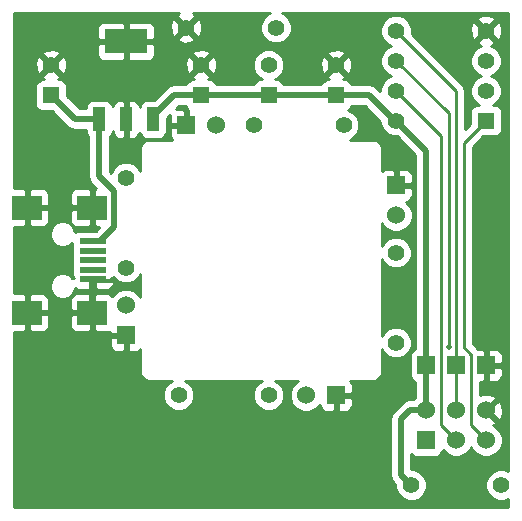
<source format=gtl>
G04 (created by PCBNEW (2013-07-07 BZR 4022)-stable) date 12/17/2014 5:13:16 PM*
%MOIN*%
G04 Gerber Fmt 3.4, Leading zero omitted, Abs format*
%FSLAX34Y34*%
G01*
G70*
G90*
G04 APERTURE LIST*
%ADD10C,0.00590551*%
%ADD11R,0.0906X0.0197*%
%ADD12R,0.0984X0.0787*%
%ADD13R,0.144X0.08*%
%ADD14R,0.04X0.08*%
%ADD15C,0.055*%
%ADD16R,0.06X0.06*%
%ADD17C,0.06*%
%ADD18R,0.055X0.055*%
%ADD19C,0.02*%
%ADD20C,0.0216535*%
%ADD21C,0.01*%
G04 APERTURE END LIST*
G54D10*
G54D11*
X73908Y-50870D03*
X73908Y-51185D03*
X73908Y-51500D03*
X73908Y-51815D03*
X73908Y-52130D03*
G54D12*
X73869Y-49748D03*
X71704Y-49748D03*
X73869Y-53252D03*
X71704Y-53252D03*
G54D13*
X75000Y-44200D03*
G54D14*
X75000Y-46800D03*
X75900Y-46800D03*
X74100Y-46800D03*
G54D15*
X79750Y-56000D03*
X76750Y-56000D03*
X84000Y-51250D03*
X84000Y-54250D03*
X79250Y-47000D03*
X82250Y-47000D03*
X75000Y-51750D03*
X75000Y-48750D03*
X84500Y-59000D03*
X87500Y-59000D03*
X77000Y-43750D03*
X80000Y-43750D03*
G54D16*
X85000Y-57500D03*
G54D17*
X85000Y-56500D03*
X86000Y-57500D03*
X86000Y-56500D03*
X87000Y-57500D03*
X87000Y-56500D03*
G54D16*
X84000Y-49000D03*
G54D17*
X84000Y-50000D03*
G54D16*
X77000Y-47000D03*
G54D17*
X78000Y-47000D03*
G54D16*
X75000Y-54000D03*
G54D17*
X75000Y-53000D03*
G54D16*
X82000Y-56000D03*
G54D17*
X81000Y-56000D03*
G54D16*
X86000Y-55000D03*
X87000Y-55000D03*
X85000Y-55000D03*
G54D18*
X79750Y-46000D03*
G54D15*
X79750Y-45000D03*
G54D18*
X77500Y-46000D03*
G54D15*
X77500Y-45000D03*
G54D18*
X72500Y-46000D03*
G54D15*
X72500Y-45000D03*
G54D18*
X82000Y-46000D03*
G54D15*
X82000Y-45000D03*
G54D18*
X87000Y-46850D03*
G54D15*
X87000Y-45850D03*
X87000Y-44850D03*
X87000Y-43850D03*
X84000Y-43850D03*
X84000Y-44850D03*
X84000Y-45850D03*
X84000Y-46850D03*
G54D19*
X85750Y-54400D03*
G54D20*
X73858Y-52130D02*
X73858Y-53213D01*
X73858Y-53213D02*
X73819Y-53252D01*
X73908Y-50870D02*
X74130Y-50870D01*
X74100Y-48700D02*
X74100Y-46800D01*
X74600Y-49200D02*
X74100Y-48700D01*
X74600Y-50400D02*
X74600Y-49200D01*
X74130Y-50870D02*
X74600Y-50400D01*
X74100Y-46800D02*
X73300Y-46800D01*
X73300Y-46800D02*
X72500Y-46000D01*
G54D21*
X87000Y-46850D02*
X86250Y-47600D01*
X86250Y-47600D02*
X86250Y-47750D01*
X87000Y-57500D02*
X86500Y-57000D01*
X86500Y-57000D02*
X86500Y-54650D01*
X86500Y-54650D02*
X86250Y-54400D01*
X86250Y-54400D02*
X86250Y-47750D01*
X84000Y-43850D02*
X86000Y-45850D01*
X86000Y-45850D02*
X86000Y-55000D01*
X86000Y-56500D02*
X86000Y-55000D01*
X84000Y-45850D02*
X85500Y-47350D01*
X85500Y-57000D02*
X86000Y-57500D01*
X85500Y-47350D02*
X85500Y-57000D01*
X84000Y-44850D02*
X85750Y-46600D01*
X85750Y-46600D02*
X85750Y-54400D01*
G54D20*
X85000Y-55000D02*
X85000Y-47850D01*
X85000Y-47850D02*
X84000Y-46850D01*
X84000Y-46850D02*
X83950Y-46850D01*
X82000Y-46000D02*
X83100Y-46000D01*
X83950Y-46850D02*
X83100Y-46000D01*
X79750Y-46000D02*
X82000Y-46000D01*
X85000Y-56500D02*
X84450Y-56500D01*
X84150Y-58650D02*
X84500Y-59000D01*
X84150Y-56800D02*
X84150Y-58650D01*
X84450Y-56500D02*
X84150Y-56800D01*
X85000Y-55000D02*
X85000Y-56500D01*
X77500Y-46000D02*
X79750Y-46000D01*
X75900Y-46800D02*
X75900Y-46700D01*
X76600Y-46000D02*
X77500Y-46000D01*
X75900Y-46700D02*
X76600Y-46000D01*
G54D10*
G36*
X87730Y-59730D02*
X82550Y-59730D01*
X82550Y-56250D01*
X82550Y-56112D01*
X82487Y-56050D01*
X82050Y-56050D01*
X82050Y-56487D01*
X82112Y-56550D01*
X82349Y-56550D01*
X82441Y-56512D01*
X82511Y-56441D01*
X82549Y-56349D01*
X82550Y-56250D01*
X82550Y-59730D01*
X74950Y-59730D01*
X74950Y-54487D01*
X74950Y-54050D01*
X74512Y-54050D01*
X74450Y-54112D01*
X74449Y-54349D01*
X74487Y-54441D01*
X74558Y-54511D01*
X74650Y-54549D01*
X74749Y-54550D01*
X74887Y-54550D01*
X74950Y-54487D01*
X74950Y-59730D01*
X73858Y-59730D01*
X73819Y-59730D01*
X73819Y-53833D01*
X73819Y-53302D01*
X73819Y-53202D01*
X73819Y-52671D01*
X73756Y-52608D01*
X73327Y-52608D01*
X73235Y-52646D01*
X73165Y-52716D01*
X73127Y-52808D01*
X73126Y-52908D01*
X73127Y-53139D01*
X73189Y-53202D01*
X73819Y-53202D01*
X73819Y-53302D01*
X73189Y-53302D01*
X73127Y-53364D01*
X73126Y-53595D01*
X73127Y-53695D01*
X73165Y-53787D01*
X73235Y-53857D01*
X73327Y-53895D01*
X73756Y-53895D01*
X73819Y-53833D01*
X73819Y-59730D01*
X72446Y-59730D01*
X72446Y-53595D01*
X72446Y-52908D01*
X72446Y-50091D01*
X72446Y-49404D01*
X72445Y-49304D01*
X72407Y-49212D01*
X72337Y-49142D01*
X72245Y-49104D01*
X71816Y-49104D01*
X71754Y-49167D01*
X71754Y-49698D01*
X72383Y-49698D01*
X72446Y-49635D01*
X72446Y-49404D01*
X72446Y-50091D01*
X72446Y-49860D01*
X72383Y-49798D01*
X71754Y-49798D01*
X71754Y-50329D01*
X71816Y-50391D01*
X72245Y-50391D01*
X72337Y-50353D01*
X72407Y-50283D01*
X72445Y-50191D01*
X72446Y-50091D01*
X72446Y-52908D01*
X72445Y-52808D01*
X72407Y-52716D01*
X72337Y-52646D01*
X72245Y-52608D01*
X71816Y-52608D01*
X71754Y-52671D01*
X71754Y-53202D01*
X72383Y-53202D01*
X72446Y-53139D01*
X72446Y-52908D01*
X72446Y-53595D01*
X72446Y-53364D01*
X72383Y-53302D01*
X71754Y-53302D01*
X71754Y-53833D01*
X71816Y-53895D01*
X72245Y-53895D01*
X72337Y-53857D01*
X72407Y-53787D01*
X72445Y-53695D01*
X72446Y-53595D01*
X72446Y-59730D01*
X71269Y-59730D01*
X71269Y-53895D01*
X71591Y-53895D01*
X71654Y-53833D01*
X71654Y-53302D01*
X71646Y-53302D01*
X71646Y-53202D01*
X71654Y-53202D01*
X71654Y-52671D01*
X71591Y-52608D01*
X71269Y-52608D01*
X71269Y-51500D01*
X71269Y-50391D01*
X71591Y-50391D01*
X71654Y-50329D01*
X71654Y-49798D01*
X71646Y-49798D01*
X71646Y-49698D01*
X71654Y-49698D01*
X71654Y-49167D01*
X71591Y-49104D01*
X71269Y-49104D01*
X71269Y-43269D01*
X76774Y-43269D01*
X76727Y-43289D01*
X76702Y-43382D01*
X77000Y-43679D01*
X77297Y-43382D01*
X77272Y-43289D01*
X77216Y-43269D01*
X79787Y-43269D01*
X79703Y-43304D01*
X79555Y-43452D01*
X79475Y-43645D01*
X79474Y-43853D01*
X79554Y-44047D01*
X79702Y-44194D01*
X79895Y-44274D01*
X80103Y-44275D01*
X80297Y-44195D01*
X80444Y-44047D01*
X80524Y-43854D01*
X80525Y-43646D01*
X80445Y-43453D01*
X80297Y-43305D01*
X80212Y-43269D01*
X87730Y-43269D01*
X87730Y-58527D01*
X87604Y-58475D01*
X87554Y-58475D01*
X87554Y-56581D01*
X87550Y-56487D01*
X87550Y-55250D01*
X87550Y-54749D01*
X87549Y-54650D01*
X87529Y-54601D01*
X87529Y-43925D01*
X87518Y-43717D01*
X87460Y-43577D01*
X87367Y-43552D01*
X87297Y-43623D01*
X87297Y-43482D01*
X87272Y-43389D01*
X87075Y-43320D01*
X86867Y-43331D01*
X86727Y-43389D01*
X86702Y-43482D01*
X87000Y-43779D01*
X87297Y-43482D01*
X87297Y-43623D01*
X87070Y-43850D01*
X87367Y-44147D01*
X87460Y-44122D01*
X87529Y-43925D01*
X87529Y-54601D01*
X87511Y-54558D01*
X87441Y-54487D01*
X87349Y-54449D01*
X87112Y-54450D01*
X87050Y-54512D01*
X87050Y-54950D01*
X87487Y-54950D01*
X87550Y-54887D01*
X87550Y-54749D01*
X87550Y-55250D01*
X87550Y-55112D01*
X87487Y-55050D01*
X87050Y-55050D01*
X87050Y-55487D01*
X87112Y-55550D01*
X87349Y-55550D01*
X87441Y-55512D01*
X87511Y-55441D01*
X87549Y-55349D01*
X87550Y-55250D01*
X87550Y-56487D01*
X87543Y-56363D01*
X87481Y-56212D01*
X87385Y-56184D01*
X87070Y-56500D01*
X87385Y-56815D01*
X87481Y-56787D01*
X87554Y-56581D01*
X87554Y-58475D01*
X87550Y-58475D01*
X87550Y-57391D01*
X87466Y-57188D01*
X87311Y-57034D01*
X87236Y-57002D01*
X87287Y-56981D01*
X87315Y-56885D01*
X87000Y-56570D01*
X86994Y-56576D01*
X86923Y-56505D01*
X86929Y-56500D01*
X86923Y-56494D01*
X86994Y-56423D01*
X87000Y-56429D01*
X87315Y-56114D01*
X87287Y-56018D01*
X87081Y-55945D01*
X86863Y-55956D01*
X86800Y-55982D01*
X86800Y-55550D01*
X86887Y-55550D01*
X86950Y-55487D01*
X86950Y-55050D01*
X86942Y-55050D01*
X86942Y-54950D01*
X86950Y-54950D01*
X86950Y-54512D01*
X86887Y-54450D01*
X86720Y-54449D01*
X86712Y-54437D01*
X86712Y-54437D01*
X86550Y-54275D01*
X86550Y-47750D01*
X86550Y-47724D01*
X86899Y-47375D01*
X87324Y-47375D01*
X87416Y-47337D01*
X87486Y-47266D01*
X87524Y-47174D01*
X87525Y-47075D01*
X87525Y-46525D01*
X87487Y-46433D01*
X87416Y-46363D01*
X87324Y-46325D01*
X87225Y-46324D01*
X87225Y-46324D01*
X87297Y-46295D01*
X87444Y-46147D01*
X87524Y-45954D01*
X87525Y-45746D01*
X87445Y-45553D01*
X87297Y-45405D01*
X87164Y-45349D01*
X87297Y-45295D01*
X87444Y-45147D01*
X87524Y-44954D01*
X87525Y-44746D01*
X87445Y-44553D01*
X87297Y-44405D01*
X87171Y-44352D01*
X87272Y-44310D01*
X87297Y-44217D01*
X87000Y-43920D01*
X86929Y-43991D01*
X86929Y-43850D01*
X86632Y-43552D01*
X86539Y-43577D01*
X86470Y-43774D01*
X86481Y-43982D01*
X86539Y-44122D01*
X86632Y-44147D01*
X86929Y-43850D01*
X86929Y-43991D01*
X86702Y-44217D01*
X86727Y-44310D01*
X86837Y-44349D01*
X86703Y-44404D01*
X86555Y-44552D01*
X86475Y-44745D01*
X86474Y-44953D01*
X86554Y-45147D01*
X86702Y-45294D01*
X86835Y-45350D01*
X86703Y-45404D01*
X86555Y-45552D01*
X86475Y-45745D01*
X86474Y-45953D01*
X86554Y-46147D01*
X86702Y-46294D01*
X86774Y-46324D01*
X86675Y-46324D01*
X86583Y-46362D01*
X86513Y-46433D01*
X86475Y-46525D01*
X86474Y-46624D01*
X86474Y-46950D01*
X86300Y-47125D01*
X86300Y-45850D01*
X86299Y-45849D01*
X86277Y-45735D01*
X86212Y-45637D01*
X86212Y-45637D01*
X84524Y-43950D01*
X84525Y-43746D01*
X84445Y-43553D01*
X84297Y-43405D01*
X84104Y-43325D01*
X83896Y-43324D01*
X83703Y-43404D01*
X83555Y-43552D01*
X83475Y-43745D01*
X83474Y-43953D01*
X83554Y-44147D01*
X83702Y-44294D01*
X83835Y-44350D01*
X83703Y-44404D01*
X83555Y-44552D01*
X83475Y-44745D01*
X83474Y-44953D01*
X83554Y-45147D01*
X83702Y-45294D01*
X83835Y-45350D01*
X83703Y-45404D01*
X83555Y-45552D01*
X83475Y-45745D01*
X83474Y-45868D01*
X83353Y-45746D01*
X83237Y-45669D01*
X83100Y-45641D01*
X82529Y-45641D01*
X82529Y-45075D01*
X82518Y-44867D01*
X82460Y-44727D01*
X82367Y-44702D01*
X82297Y-44773D01*
X82297Y-44632D01*
X82272Y-44539D01*
X82075Y-44470D01*
X81867Y-44481D01*
X81727Y-44539D01*
X81702Y-44632D01*
X82000Y-44929D01*
X82297Y-44632D01*
X82297Y-44773D01*
X82070Y-45000D01*
X82367Y-45297D01*
X82460Y-45272D01*
X82529Y-45075D01*
X82529Y-45641D01*
X82511Y-45641D01*
X82487Y-45583D01*
X82416Y-45513D01*
X82324Y-45475D01*
X82237Y-45474D01*
X82272Y-45460D01*
X82297Y-45367D01*
X82000Y-45070D01*
X81929Y-45141D01*
X81929Y-45000D01*
X81632Y-44702D01*
X81539Y-44727D01*
X81470Y-44924D01*
X81481Y-45132D01*
X81539Y-45272D01*
X81632Y-45297D01*
X81929Y-45000D01*
X81929Y-45141D01*
X81702Y-45367D01*
X81727Y-45460D01*
X81768Y-45474D01*
X81675Y-45474D01*
X81583Y-45512D01*
X81513Y-45583D01*
X81488Y-45641D01*
X80261Y-45641D01*
X80237Y-45583D01*
X80166Y-45513D01*
X80074Y-45475D01*
X79975Y-45474D01*
X79975Y-45474D01*
X80047Y-45445D01*
X80194Y-45297D01*
X80274Y-45104D01*
X80275Y-44896D01*
X80195Y-44703D01*
X80047Y-44555D01*
X79854Y-44475D01*
X79646Y-44474D01*
X79453Y-44554D01*
X79305Y-44702D01*
X79225Y-44895D01*
X79224Y-45103D01*
X79304Y-45297D01*
X79452Y-45444D01*
X79524Y-45474D01*
X79425Y-45474D01*
X79333Y-45512D01*
X79263Y-45583D01*
X79238Y-45641D01*
X78029Y-45641D01*
X78029Y-45075D01*
X78018Y-44867D01*
X77960Y-44727D01*
X77867Y-44702D01*
X77797Y-44773D01*
X77797Y-44632D01*
X77772Y-44539D01*
X77575Y-44470D01*
X77529Y-44472D01*
X77529Y-43825D01*
X77518Y-43617D01*
X77460Y-43477D01*
X77367Y-43452D01*
X77070Y-43750D01*
X77367Y-44047D01*
X77460Y-44022D01*
X77529Y-43825D01*
X77529Y-44472D01*
X77367Y-44481D01*
X77297Y-44510D01*
X77297Y-44117D01*
X77000Y-43820D01*
X76929Y-43891D01*
X76929Y-43750D01*
X76632Y-43452D01*
X76539Y-43477D01*
X76470Y-43674D01*
X76481Y-43882D01*
X76539Y-44022D01*
X76632Y-44047D01*
X76929Y-43750D01*
X76929Y-43891D01*
X76702Y-44117D01*
X76727Y-44210D01*
X76924Y-44279D01*
X77132Y-44268D01*
X77272Y-44210D01*
X77297Y-44117D01*
X77297Y-44510D01*
X77227Y-44539D01*
X77202Y-44632D01*
X77500Y-44929D01*
X77797Y-44632D01*
X77797Y-44773D01*
X77570Y-45000D01*
X77867Y-45297D01*
X77960Y-45272D01*
X78029Y-45075D01*
X78029Y-45641D01*
X78011Y-45641D01*
X77987Y-45583D01*
X77916Y-45513D01*
X77824Y-45475D01*
X77737Y-45474D01*
X77772Y-45460D01*
X77797Y-45367D01*
X77500Y-45070D01*
X77429Y-45141D01*
X77429Y-45000D01*
X77132Y-44702D01*
X77039Y-44727D01*
X76970Y-44924D01*
X76981Y-45132D01*
X77039Y-45272D01*
X77132Y-45297D01*
X77429Y-45000D01*
X77429Y-45141D01*
X77202Y-45367D01*
X77227Y-45460D01*
X77268Y-45474D01*
X77175Y-45474D01*
X77083Y-45512D01*
X77013Y-45583D01*
X76988Y-45641D01*
X76600Y-45641D01*
X76462Y-45669D01*
X76346Y-45746D01*
X75970Y-46123D01*
X75970Y-44550D01*
X75970Y-43849D01*
X75969Y-43750D01*
X75931Y-43658D01*
X75861Y-43587D01*
X75769Y-43549D01*
X75112Y-43550D01*
X75050Y-43612D01*
X75050Y-44150D01*
X75907Y-44150D01*
X75970Y-44087D01*
X75970Y-43849D01*
X75970Y-44550D01*
X75970Y-44312D01*
X75907Y-44250D01*
X75050Y-44250D01*
X75050Y-44787D01*
X75112Y-44850D01*
X75769Y-44850D01*
X75861Y-44812D01*
X75931Y-44741D01*
X75969Y-44649D01*
X75970Y-44550D01*
X75970Y-46123D01*
X75943Y-46149D01*
X75650Y-46149D01*
X75558Y-46187D01*
X75488Y-46258D01*
X75450Y-46350D01*
X75450Y-46400D01*
X75449Y-46350D01*
X75411Y-46258D01*
X75341Y-46187D01*
X75249Y-46149D01*
X75112Y-46150D01*
X75050Y-46212D01*
X75050Y-46750D01*
X75057Y-46750D01*
X75057Y-46850D01*
X75050Y-46850D01*
X75050Y-47387D01*
X75112Y-47450D01*
X75249Y-47450D01*
X75341Y-47412D01*
X75411Y-47341D01*
X75449Y-47249D01*
X75449Y-47249D01*
X75449Y-47249D01*
X75487Y-47341D01*
X75558Y-47411D01*
X75650Y-47449D01*
X75749Y-47450D01*
X76149Y-47450D01*
X76241Y-47412D01*
X76311Y-47341D01*
X76349Y-47249D01*
X76350Y-47150D01*
X76350Y-46756D01*
X76450Y-46656D01*
X76449Y-46749D01*
X76450Y-46887D01*
X76512Y-46950D01*
X76950Y-46950D01*
X76950Y-46512D01*
X76887Y-46450D01*
X76656Y-46449D01*
X76748Y-46358D01*
X76988Y-46358D01*
X77012Y-46416D01*
X77079Y-46483D01*
X77050Y-46512D01*
X77050Y-46950D01*
X77057Y-46950D01*
X77057Y-47050D01*
X77050Y-47050D01*
X77050Y-47057D01*
X76950Y-47057D01*
X76950Y-47050D01*
X76512Y-47050D01*
X76450Y-47112D01*
X76449Y-47250D01*
X76450Y-47349D01*
X76488Y-47441D01*
X76526Y-47480D01*
X75750Y-47480D01*
X75646Y-47500D01*
X75559Y-47559D01*
X75500Y-47646D01*
X75480Y-47750D01*
X75480Y-48537D01*
X75445Y-48453D01*
X75297Y-48305D01*
X75104Y-48225D01*
X74896Y-48224D01*
X74703Y-48304D01*
X74555Y-48452D01*
X74497Y-48590D01*
X74458Y-48551D01*
X74458Y-47395D01*
X74511Y-47341D01*
X74549Y-47249D01*
X74550Y-47199D01*
X74550Y-47249D01*
X74588Y-47341D01*
X74658Y-47412D01*
X74750Y-47450D01*
X74887Y-47450D01*
X74950Y-47387D01*
X74950Y-46850D01*
X74942Y-46850D01*
X74942Y-46750D01*
X74950Y-46750D01*
X74950Y-46212D01*
X74950Y-44787D01*
X74950Y-44250D01*
X74950Y-44150D01*
X74950Y-43612D01*
X74887Y-43550D01*
X74230Y-43549D01*
X74138Y-43587D01*
X74068Y-43658D01*
X74030Y-43750D01*
X74029Y-43849D01*
X74030Y-44087D01*
X74092Y-44150D01*
X74950Y-44150D01*
X74950Y-44250D01*
X74092Y-44250D01*
X74030Y-44312D01*
X74029Y-44550D01*
X74030Y-44649D01*
X74068Y-44741D01*
X74138Y-44812D01*
X74230Y-44850D01*
X74887Y-44850D01*
X74950Y-44787D01*
X74950Y-46212D01*
X74887Y-46150D01*
X74750Y-46149D01*
X74658Y-46187D01*
X74588Y-46258D01*
X74550Y-46350D01*
X74550Y-46350D01*
X74512Y-46258D01*
X74441Y-46188D01*
X74349Y-46150D01*
X74250Y-46149D01*
X73850Y-46149D01*
X73758Y-46187D01*
X73688Y-46258D01*
X73650Y-46350D01*
X73649Y-46441D01*
X73448Y-46441D01*
X73029Y-46023D01*
X73029Y-45075D01*
X73018Y-44867D01*
X72960Y-44727D01*
X72867Y-44702D01*
X72797Y-44773D01*
X72797Y-44632D01*
X72772Y-44539D01*
X72575Y-44470D01*
X72367Y-44481D01*
X72227Y-44539D01*
X72202Y-44632D01*
X72500Y-44929D01*
X72797Y-44632D01*
X72797Y-44773D01*
X72570Y-45000D01*
X72867Y-45297D01*
X72960Y-45272D01*
X73029Y-45075D01*
X73029Y-46023D01*
X73025Y-46018D01*
X73025Y-45675D01*
X72987Y-45583D01*
X72916Y-45513D01*
X72824Y-45475D01*
X72737Y-45474D01*
X72772Y-45460D01*
X72797Y-45367D01*
X72500Y-45070D01*
X72429Y-45141D01*
X72429Y-45000D01*
X72132Y-44702D01*
X72039Y-44727D01*
X71970Y-44924D01*
X71981Y-45132D01*
X72039Y-45272D01*
X72132Y-45297D01*
X72429Y-45000D01*
X72429Y-45141D01*
X72202Y-45367D01*
X72227Y-45460D01*
X72268Y-45474D01*
X72175Y-45474D01*
X72083Y-45512D01*
X72013Y-45583D01*
X71975Y-45675D01*
X71974Y-45774D01*
X71974Y-46324D01*
X72012Y-46416D01*
X72083Y-46486D01*
X72175Y-46524D01*
X72274Y-46525D01*
X72518Y-46525D01*
X73046Y-47053D01*
X73046Y-47053D01*
X73162Y-47130D01*
X73299Y-47158D01*
X73300Y-47158D01*
X73649Y-47158D01*
X73649Y-47249D01*
X73687Y-47341D01*
X73741Y-47395D01*
X73741Y-48700D01*
X73769Y-48837D01*
X73846Y-48953D01*
X73997Y-49104D01*
X73981Y-49104D01*
X73919Y-49167D01*
X73919Y-49698D01*
X73926Y-49698D01*
X73926Y-49798D01*
X73919Y-49798D01*
X73919Y-50329D01*
X73981Y-50391D01*
X74101Y-50391D01*
X73981Y-50511D01*
X73908Y-50511D01*
X73859Y-50521D01*
X73819Y-50521D01*
X73819Y-50329D01*
X73819Y-49798D01*
X73819Y-49698D01*
X73819Y-49167D01*
X73756Y-49104D01*
X73327Y-49104D01*
X73235Y-49142D01*
X73165Y-49212D01*
X73127Y-49304D01*
X73126Y-49404D01*
X73127Y-49635D01*
X73189Y-49698D01*
X73819Y-49698D01*
X73819Y-49798D01*
X73189Y-49798D01*
X73127Y-49860D01*
X73126Y-50091D01*
X73127Y-50191D01*
X73165Y-50283D01*
X73235Y-50353D01*
X73327Y-50391D01*
X73756Y-50391D01*
X73819Y-50329D01*
X73819Y-50521D01*
X73405Y-50521D01*
X73313Y-50559D01*
X73312Y-50560D01*
X73312Y-50549D01*
X73247Y-50392D01*
X73127Y-50272D01*
X72970Y-50207D01*
X72800Y-50206D01*
X72643Y-50271D01*
X72523Y-50391D01*
X72458Y-50548D01*
X72457Y-50718D01*
X72522Y-50875D01*
X72642Y-50995D01*
X72799Y-51060D01*
X72969Y-51061D01*
X73126Y-50996D01*
X73204Y-50917D01*
X73204Y-51018D01*
X73208Y-51027D01*
X73205Y-51036D01*
X73204Y-51136D01*
X73204Y-51333D01*
X73208Y-51342D01*
X73205Y-51351D01*
X73204Y-51451D01*
X73204Y-51648D01*
X73208Y-51657D01*
X73205Y-51666D01*
X73204Y-51766D01*
X73204Y-51963D01*
X73208Y-51972D01*
X73205Y-51981D01*
X73205Y-52018D01*
X73266Y-52079D01*
X73205Y-52079D01*
X73205Y-52082D01*
X73127Y-52004D01*
X72970Y-51939D01*
X72800Y-51938D01*
X72643Y-52003D01*
X72523Y-52123D01*
X72458Y-52280D01*
X72457Y-52450D01*
X72522Y-52607D01*
X72642Y-52727D01*
X72799Y-52792D01*
X72969Y-52793D01*
X73126Y-52728D01*
X73246Y-52608D01*
X73311Y-52451D01*
X73311Y-52438D01*
X73313Y-52440D01*
X73405Y-52478D01*
X73795Y-52478D01*
X73858Y-52416D01*
X73858Y-52179D01*
X73850Y-52179D01*
X73850Y-52163D01*
X74410Y-52163D01*
X74502Y-52125D01*
X74547Y-52080D01*
X74548Y-52080D01*
X74568Y-52060D01*
X74702Y-52194D01*
X74895Y-52274D01*
X75103Y-52275D01*
X75297Y-52195D01*
X75444Y-52047D01*
X75480Y-51962D01*
X75480Y-52722D01*
X75466Y-52688D01*
X75311Y-52534D01*
X75109Y-52450D01*
X74891Y-52449D01*
X74688Y-52533D01*
X74610Y-52611D01*
X74610Y-52241D01*
X74548Y-52179D01*
X73958Y-52179D01*
X73958Y-52416D01*
X74020Y-52478D01*
X74410Y-52478D01*
X74502Y-52440D01*
X74572Y-52370D01*
X74610Y-52278D01*
X74610Y-52241D01*
X74610Y-52611D01*
X74539Y-52683D01*
X74502Y-52646D01*
X74410Y-52608D01*
X73981Y-52608D01*
X73919Y-52671D01*
X73919Y-53202D01*
X73926Y-53202D01*
X73926Y-53302D01*
X73919Y-53302D01*
X73919Y-53833D01*
X73981Y-53895D01*
X74410Y-53895D01*
X74449Y-53879D01*
X74450Y-53887D01*
X74512Y-53950D01*
X74950Y-53950D01*
X74950Y-53942D01*
X75050Y-53942D01*
X75050Y-53950D01*
X75057Y-53950D01*
X75057Y-54050D01*
X75050Y-54050D01*
X75050Y-54487D01*
X75112Y-54550D01*
X75250Y-54550D01*
X75349Y-54549D01*
X75441Y-54511D01*
X75480Y-54473D01*
X75480Y-55250D01*
X75500Y-55353D01*
X75559Y-55440D01*
X75646Y-55499D01*
X75750Y-55519D01*
X76537Y-55519D01*
X76453Y-55554D01*
X76305Y-55702D01*
X76225Y-55895D01*
X76224Y-56103D01*
X76304Y-56297D01*
X76452Y-56444D01*
X76645Y-56524D01*
X76853Y-56525D01*
X77047Y-56445D01*
X77194Y-56297D01*
X77274Y-56104D01*
X77275Y-55896D01*
X77195Y-55703D01*
X77047Y-55555D01*
X76962Y-55519D01*
X77250Y-55519D01*
X79537Y-55519D01*
X79453Y-55554D01*
X79305Y-55702D01*
X79225Y-55895D01*
X79224Y-56103D01*
X79304Y-56297D01*
X79452Y-56444D01*
X79645Y-56524D01*
X79853Y-56525D01*
X80047Y-56445D01*
X80194Y-56297D01*
X80274Y-56104D01*
X80275Y-55896D01*
X80195Y-55703D01*
X80047Y-55555D01*
X79962Y-55519D01*
X80722Y-55519D01*
X80688Y-55533D01*
X80534Y-55688D01*
X80450Y-55890D01*
X80449Y-56108D01*
X80533Y-56311D01*
X80688Y-56465D01*
X80890Y-56549D01*
X81108Y-56550D01*
X81311Y-56466D01*
X81450Y-56327D01*
X81450Y-56349D01*
X81488Y-56441D01*
X81558Y-56512D01*
X81650Y-56550D01*
X81887Y-56550D01*
X81950Y-56487D01*
X81950Y-56050D01*
X81942Y-56050D01*
X81942Y-55950D01*
X81950Y-55950D01*
X81950Y-55942D01*
X82050Y-55942D01*
X82050Y-55950D01*
X82487Y-55950D01*
X82550Y-55887D01*
X82550Y-55749D01*
X82549Y-55650D01*
X82511Y-55558D01*
X82473Y-55519D01*
X83250Y-55519D01*
X83353Y-55499D01*
X83440Y-55440D01*
X83499Y-55353D01*
X83519Y-55250D01*
X83519Y-54462D01*
X83554Y-54547D01*
X83702Y-54694D01*
X83895Y-54774D01*
X84103Y-54775D01*
X84297Y-54695D01*
X84444Y-54547D01*
X84524Y-54354D01*
X84525Y-54146D01*
X84445Y-53953D01*
X84297Y-53805D01*
X84104Y-53725D01*
X83896Y-53724D01*
X83703Y-53804D01*
X83555Y-53952D01*
X83519Y-54037D01*
X83519Y-51462D01*
X83554Y-51547D01*
X83702Y-51694D01*
X83895Y-51774D01*
X84103Y-51775D01*
X84297Y-51695D01*
X84444Y-51547D01*
X84524Y-51354D01*
X84525Y-51146D01*
X84445Y-50953D01*
X84297Y-50805D01*
X84104Y-50725D01*
X83896Y-50724D01*
X83703Y-50804D01*
X83555Y-50952D01*
X83519Y-51037D01*
X83519Y-50277D01*
X83533Y-50311D01*
X83688Y-50465D01*
X83890Y-50549D01*
X84108Y-50550D01*
X84311Y-50466D01*
X84465Y-50311D01*
X84549Y-50109D01*
X84550Y-49891D01*
X84466Y-49688D01*
X84327Y-49549D01*
X84349Y-49549D01*
X84441Y-49511D01*
X84512Y-49441D01*
X84550Y-49349D01*
X84550Y-48650D01*
X84512Y-48558D01*
X84441Y-48488D01*
X84349Y-48450D01*
X84250Y-48449D01*
X84112Y-48450D01*
X84050Y-48512D01*
X84050Y-48950D01*
X84487Y-48950D01*
X84550Y-48887D01*
X84550Y-48650D01*
X84550Y-49349D01*
X84550Y-49112D01*
X84487Y-49050D01*
X84050Y-49050D01*
X84050Y-49057D01*
X83950Y-49057D01*
X83950Y-49050D01*
X83942Y-49050D01*
X83942Y-48950D01*
X83950Y-48950D01*
X83950Y-48512D01*
X83887Y-48450D01*
X83749Y-48449D01*
X83650Y-48450D01*
X83558Y-48488D01*
X83519Y-48526D01*
X83519Y-47750D01*
X83499Y-47646D01*
X83440Y-47559D01*
X83353Y-47500D01*
X83250Y-47480D01*
X82462Y-47480D01*
X82547Y-47445D01*
X82694Y-47297D01*
X82774Y-47104D01*
X82775Y-46896D01*
X82695Y-46703D01*
X82547Y-46555D01*
X82400Y-46493D01*
X82416Y-46487D01*
X82486Y-46416D01*
X82511Y-46358D01*
X82951Y-46358D01*
X83474Y-46881D01*
X83474Y-46953D01*
X83554Y-47147D01*
X83702Y-47294D01*
X83895Y-47374D01*
X84018Y-47375D01*
X84641Y-47998D01*
X84641Y-54453D01*
X84558Y-54487D01*
X84488Y-54558D01*
X84450Y-54650D01*
X84449Y-54749D01*
X84449Y-55349D01*
X84487Y-55441D01*
X84558Y-55511D01*
X84641Y-55546D01*
X84641Y-56080D01*
X84580Y-56141D01*
X84450Y-56141D01*
X84312Y-56169D01*
X84196Y-56246D01*
X83896Y-56546D01*
X83819Y-56662D01*
X83791Y-56800D01*
X83791Y-58650D01*
X83819Y-58787D01*
X83896Y-58903D01*
X83975Y-58981D01*
X83974Y-59103D01*
X84054Y-59297D01*
X84202Y-59444D01*
X84395Y-59524D01*
X84603Y-59525D01*
X84797Y-59445D01*
X84944Y-59297D01*
X85024Y-59104D01*
X85025Y-58896D01*
X84945Y-58703D01*
X84797Y-58555D01*
X84604Y-58475D01*
X84508Y-58475D01*
X84508Y-57961D01*
X84558Y-58011D01*
X84650Y-58049D01*
X84749Y-58050D01*
X85349Y-58050D01*
X85441Y-58012D01*
X85511Y-57941D01*
X85549Y-57849D01*
X85549Y-57827D01*
X85688Y-57965D01*
X85890Y-58049D01*
X86108Y-58050D01*
X86311Y-57966D01*
X86465Y-57811D01*
X86499Y-57730D01*
X86533Y-57811D01*
X86688Y-57965D01*
X86890Y-58049D01*
X87108Y-58050D01*
X87311Y-57966D01*
X87465Y-57811D01*
X87549Y-57609D01*
X87550Y-57391D01*
X87550Y-58475D01*
X87396Y-58474D01*
X87203Y-58554D01*
X87055Y-58702D01*
X86975Y-58895D01*
X86974Y-59103D01*
X87054Y-59297D01*
X87202Y-59444D01*
X87395Y-59524D01*
X87603Y-59525D01*
X87730Y-59472D01*
X87730Y-59730D01*
X87730Y-59730D01*
G37*
G54D21*
X87730Y-59730D02*
X82550Y-59730D01*
X82550Y-56250D01*
X82550Y-56112D01*
X82487Y-56050D01*
X82050Y-56050D01*
X82050Y-56487D01*
X82112Y-56550D01*
X82349Y-56550D01*
X82441Y-56512D01*
X82511Y-56441D01*
X82549Y-56349D01*
X82550Y-56250D01*
X82550Y-59730D01*
X74950Y-59730D01*
X74950Y-54487D01*
X74950Y-54050D01*
X74512Y-54050D01*
X74450Y-54112D01*
X74449Y-54349D01*
X74487Y-54441D01*
X74558Y-54511D01*
X74650Y-54549D01*
X74749Y-54550D01*
X74887Y-54550D01*
X74950Y-54487D01*
X74950Y-59730D01*
X73858Y-59730D01*
X73819Y-59730D01*
X73819Y-53833D01*
X73819Y-53302D01*
X73819Y-53202D01*
X73819Y-52671D01*
X73756Y-52608D01*
X73327Y-52608D01*
X73235Y-52646D01*
X73165Y-52716D01*
X73127Y-52808D01*
X73126Y-52908D01*
X73127Y-53139D01*
X73189Y-53202D01*
X73819Y-53202D01*
X73819Y-53302D01*
X73189Y-53302D01*
X73127Y-53364D01*
X73126Y-53595D01*
X73127Y-53695D01*
X73165Y-53787D01*
X73235Y-53857D01*
X73327Y-53895D01*
X73756Y-53895D01*
X73819Y-53833D01*
X73819Y-59730D01*
X72446Y-59730D01*
X72446Y-53595D01*
X72446Y-52908D01*
X72446Y-50091D01*
X72446Y-49404D01*
X72445Y-49304D01*
X72407Y-49212D01*
X72337Y-49142D01*
X72245Y-49104D01*
X71816Y-49104D01*
X71754Y-49167D01*
X71754Y-49698D01*
X72383Y-49698D01*
X72446Y-49635D01*
X72446Y-49404D01*
X72446Y-50091D01*
X72446Y-49860D01*
X72383Y-49798D01*
X71754Y-49798D01*
X71754Y-50329D01*
X71816Y-50391D01*
X72245Y-50391D01*
X72337Y-50353D01*
X72407Y-50283D01*
X72445Y-50191D01*
X72446Y-50091D01*
X72446Y-52908D01*
X72445Y-52808D01*
X72407Y-52716D01*
X72337Y-52646D01*
X72245Y-52608D01*
X71816Y-52608D01*
X71754Y-52671D01*
X71754Y-53202D01*
X72383Y-53202D01*
X72446Y-53139D01*
X72446Y-52908D01*
X72446Y-53595D01*
X72446Y-53364D01*
X72383Y-53302D01*
X71754Y-53302D01*
X71754Y-53833D01*
X71816Y-53895D01*
X72245Y-53895D01*
X72337Y-53857D01*
X72407Y-53787D01*
X72445Y-53695D01*
X72446Y-53595D01*
X72446Y-59730D01*
X71269Y-59730D01*
X71269Y-53895D01*
X71591Y-53895D01*
X71654Y-53833D01*
X71654Y-53302D01*
X71646Y-53302D01*
X71646Y-53202D01*
X71654Y-53202D01*
X71654Y-52671D01*
X71591Y-52608D01*
X71269Y-52608D01*
X71269Y-51500D01*
X71269Y-50391D01*
X71591Y-50391D01*
X71654Y-50329D01*
X71654Y-49798D01*
X71646Y-49798D01*
X71646Y-49698D01*
X71654Y-49698D01*
X71654Y-49167D01*
X71591Y-49104D01*
X71269Y-49104D01*
X71269Y-43269D01*
X76774Y-43269D01*
X76727Y-43289D01*
X76702Y-43382D01*
X77000Y-43679D01*
X77297Y-43382D01*
X77272Y-43289D01*
X77216Y-43269D01*
X79787Y-43269D01*
X79703Y-43304D01*
X79555Y-43452D01*
X79475Y-43645D01*
X79474Y-43853D01*
X79554Y-44047D01*
X79702Y-44194D01*
X79895Y-44274D01*
X80103Y-44275D01*
X80297Y-44195D01*
X80444Y-44047D01*
X80524Y-43854D01*
X80525Y-43646D01*
X80445Y-43453D01*
X80297Y-43305D01*
X80212Y-43269D01*
X87730Y-43269D01*
X87730Y-58527D01*
X87604Y-58475D01*
X87554Y-58475D01*
X87554Y-56581D01*
X87550Y-56487D01*
X87550Y-55250D01*
X87550Y-54749D01*
X87549Y-54650D01*
X87529Y-54601D01*
X87529Y-43925D01*
X87518Y-43717D01*
X87460Y-43577D01*
X87367Y-43552D01*
X87297Y-43623D01*
X87297Y-43482D01*
X87272Y-43389D01*
X87075Y-43320D01*
X86867Y-43331D01*
X86727Y-43389D01*
X86702Y-43482D01*
X87000Y-43779D01*
X87297Y-43482D01*
X87297Y-43623D01*
X87070Y-43850D01*
X87367Y-44147D01*
X87460Y-44122D01*
X87529Y-43925D01*
X87529Y-54601D01*
X87511Y-54558D01*
X87441Y-54487D01*
X87349Y-54449D01*
X87112Y-54450D01*
X87050Y-54512D01*
X87050Y-54950D01*
X87487Y-54950D01*
X87550Y-54887D01*
X87550Y-54749D01*
X87550Y-55250D01*
X87550Y-55112D01*
X87487Y-55050D01*
X87050Y-55050D01*
X87050Y-55487D01*
X87112Y-55550D01*
X87349Y-55550D01*
X87441Y-55512D01*
X87511Y-55441D01*
X87549Y-55349D01*
X87550Y-55250D01*
X87550Y-56487D01*
X87543Y-56363D01*
X87481Y-56212D01*
X87385Y-56184D01*
X87070Y-56500D01*
X87385Y-56815D01*
X87481Y-56787D01*
X87554Y-56581D01*
X87554Y-58475D01*
X87550Y-58475D01*
X87550Y-57391D01*
X87466Y-57188D01*
X87311Y-57034D01*
X87236Y-57002D01*
X87287Y-56981D01*
X87315Y-56885D01*
X87000Y-56570D01*
X86994Y-56576D01*
X86923Y-56505D01*
X86929Y-56500D01*
X86923Y-56494D01*
X86994Y-56423D01*
X87000Y-56429D01*
X87315Y-56114D01*
X87287Y-56018D01*
X87081Y-55945D01*
X86863Y-55956D01*
X86800Y-55982D01*
X86800Y-55550D01*
X86887Y-55550D01*
X86950Y-55487D01*
X86950Y-55050D01*
X86942Y-55050D01*
X86942Y-54950D01*
X86950Y-54950D01*
X86950Y-54512D01*
X86887Y-54450D01*
X86720Y-54449D01*
X86712Y-54437D01*
X86712Y-54437D01*
X86550Y-54275D01*
X86550Y-47750D01*
X86550Y-47724D01*
X86899Y-47375D01*
X87324Y-47375D01*
X87416Y-47337D01*
X87486Y-47266D01*
X87524Y-47174D01*
X87525Y-47075D01*
X87525Y-46525D01*
X87487Y-46433D01*
X87416Y-46363D01*
X87324Y-46325D01*
X87225Y-46324D01*
X87225Y-46324D01*
X87297Y-46295D01*
X87444Y-46147D01*
X87524Y-45954D01*
X87525Y-45746D01*
X87445Y-45553D01*
X87297Y-45405D01*
X87164Y-45349D01*
X87297Y-45295D01*
X87444Y-45147D01*
X87524Y-44954D01*
X87525Y-44746D01*
X87445Y-44553D01*
X87297Y-44405D01*
X87171Y-44352D01*
X87272Y-44310D01*
X87297Y-44217D01*
X87000Y-43920D01*
X86929Y-43991D01*
X86929Y-43850D01*
X86632Y-43552D01*
X86539Y-43577D01*
X86470Y-43774D01*
X86481Y-43982D01*
X86539Y-44122D01*
X86632Y-44147D01*
X86929Y-43850D01*
X86929Y-43991D01*
X86702Y-44217D01*
X86727Y-44310D01*
X86837Y-44349D01*
X86703Y-44404D01*
X86555Y-44552D01*
X86475Y-44745D01*
X86474Y-44953D01*
X86554Y-45147D01*
X86702Y-45294D01*
X86835Y-45350D01*
X86703Y-45404D01*
X86555Y-45552D01*
X86475Y-45745D01*
X86474Y-45953D01*
X86554Y-46147D01*
X86702Y-46294D01*
X86774Y-46324D01*
X86675Y-46324D01*
X86583Y-46362D01*
X86513Y-46433D01*
X86475Y-46525D01*
X86474Y-46624D01*
X86474Y-46950D01*
X86300Y-47125D01*
X86300Y-45850D01*
X86299Y-45849D01*
X86277Y-45735D01*
X86212Y-45637D01*
X86212Y-45637D01*
X84524Y-43950D01*
X84525Y-43746D01*
X84445Y-43553D01*
X84297Y-43405D01*
X84104Y-43325D01*
X83896Y-43324D01*
X83703Y-43404D01*
X83555Y-43552D01*
X83475Y-43745D01*
X83474Y-43953D01*
X83554Y-44147D01*
X83702Y-44294D01*
X83835Y-44350D01*
X83703Y-44404D01*
X83555Y-44552D01*
X83475Y-44745D01*
X83474Y-44953D01*
X83554Y-45147D01*
X83702Y-45294D01*
X83835Y-45350D01*
X83703Y-45404D01*
X83555Y-45552D01*
X83475Y-45745D01*
X83474Y-45868D01*
X83353Y-45746D01*
X83237Y-45669D01*
X83100Y-45641D01*
X82529Y-45641D01*
X82529Y-45075D01*
X82518Y-44867D01*
X82460Y-44727D01*
X82367Y-44702D01*
X82297Y-44773D01*
X82297Y-44632D01*
X82272Y-44539D01*
X82075Y-44470D01*
X81867Y-44481D01*
X81727Y-44539D01*
X81702Y-44632D01*
X82000Y-44929D01*
X82297Y-44632D01*
X82297Y-44773D01*
X82070Y-45000D01*
X82367Y-45297D01*
X82460Y-45272D01*
X82529Y-45075D01*
X82529Y-45641D01*
X82511Y-45641D01*
X82487Y-45583D01*
X82416Y-45513D01*
X82324Y-45475D01*
X82237Y-45474D01*
X82272Y-45460D01*
X82297Y-45367D01*
X82000Y-45070D01*
X81929Y-45141D01*
X81929Y-45000D01*
X81632Y-44702D01*
X81539Y-44727D01*
X81470Y-44924D01*
X81481Y-45132D01*
X81539Y-45272D01*
X81632Y-45297D01*
X81929Y-45000D01*
X81929Y-45141D01*
X81702Y-45367D01*
X81727Y-45460D01*
X81768Y-45474D01*
X81675Y-45474D01*
X81583Y-45512D01*
X81513Y-45583D01*
X81488Y-45641D01*
X80261Y-45641D01*
X80237Y-45583D01*
X80166Y-45513D01*
X80074Y-45475D01*
X79975Y-45474D01*
X79975Y-45474D01*
X80047Y-45445D01*
X80194Y-45297D01*
X80274Y-45104D01*
X80275Y-44896D01*
X80195Y-44703D01*
X80047Y-44555D01*
X79854Y-44475D01*
X79646Y-44474D01*
X79453Y-44554D01*
X79305Y-44702D01*
X79225Y-44895D01*
X79224Y-45103D01*
X79304Y-45297D01*
X79452Y-45444D01*
X79524Y-45474D01*
X79425Y-45474D01*
X79333Y-45512D01*
X79263Y-45583D01*
X79238Y-45641D01*
X78029Y-45641D01*
X78029Y-45075D01*
X78018Y-44867D01*
X77960Y-44727D01*
X77867Y-44702D01*
X77797Y-44773D01*
X77797Y-44632D01*
X77772Y-44539D01*
X77575Y-44470D01*
X77529Y-44472D01*
X77529Y-43825D01*
X77518Y-43617D01*
X77460Y-43477D01*
X77367Y-43452D01*
X77070Y-43750D01*
X77367Y-44047D01*
X77460Y-44022D01*
X77529Y-43825D01*
X77529Y-44472D01*
X77367Y-44481D01*
X77297Y-44510D01*
X77297Y-44117D01*
X77000Y-43820D01*
X76929Y-43891D01*
X76929Y-43750D01*
X76632Y-43452D01*
X76539Y-43477D01*
X76470Y-43674D01*
X76481Y-43882D01*
X76539Y-44022D01*
X76632Y-44047D01*
X76929Y-43750D01*
X76929Y-43891D01*
X76702Y-44117D01*
X76727Y-44210D01*
X76924Y-44279D01*
X77132Y-44268D01*
X77272Y-44210D01*
X77297Y-44117D01*
X77297Y-44510D01*
X77227Y-44539D01*
X77202Y-44632D01*
X77500Y-44929D01*
X77797Y-44632D01*
X77797Y-44773D01*
X77570Y-45000D01*
X77867Y-45297D01*
X77960Y-45272D01*
X78029Y-45075D01*
X78029Y-45641D01*
X78011Y-45641D01*
X77987Y-45583D01*
X77916Y-45513D01*
X77824Y-45475D01*
X77737Y-45474D01*
X77772Y-45460D01*
X77797Y-45367D01*
X77500Y-45070D01*
X77429Y-45141D01*
X77429Y-45000D01*
X77132Y-44702D01*
X77039Y-44727D01*
X76970Y-44924D01*
X76981Y-45132D01*
X77039Y-45272D01*
X77132Y-45297D01*
X77429Y-45000D01*
X77429Y-45141D01*
X77202Y-45367D01*
X77227Y-45460D01*
X77268Y-45474D01*
X77175Y-45474D01*
X77083Y-45512D01*
X77013Y-45583D01*
X76988Y-45641D01*
X76600Y-45641D01*
X76462Y-45669D01*
X76346Y-45746D01*
X75970Y-46123D01*
X75970Y-44550D01*
X75970Y-43849D01*
X75969Y-43750D01*
X75931Y-43658D01*
X75861Y-43587D01*
X75769Y-43549D01*
X75112Y-43550D01*
X75050Y-43612D01*
X75050Y-44150D01*
X75907Y-44150D01*
X75970Y-44087D01*
X75970Y-43849D01*
X75970Y-44550D01*
X75970Y-44312D01*
X75907Y-44250D01*
X75050Y-44250D01*
X75050Y-44787D01*
X75112Y-44850D01*
X75769Y-44850D01*
X75861Y-44812D01*
X75931Y-44741D01*
X75969Y-44649D01*
X75970Y-44550D01*
X75970Y-46123D01*
X75943Y-46149D01*
X75650Y-46149D01*
X75558Y-46187D01*
X75488Y-46258D01*
X75450Y-46350D01*
X75450Y-46400D01*
X75449Y-46350D01*
X75411Y-46258D01*
X75341Y-46187D01*
X75249Y-46149D01*
X75112Y-46150D01*
X75050Y-46212D01*
X75050Y-46750D01*
X75057Y-46750D01*
X75057Y-46850D01*
X75050Y-46850D01*
X75050Y-47387D01*
X75112Y-47450D01*
X75249Y-47450D01*
X75341Y-47412D01*
X75411Y-47341D01*
X75449Y-47249D01*
X75449Y-47249D01*
X75449Y-47249D01*
X75487Y-47341D01*
X75558Y-47411D01*
X75650Y-47449D01*
X75749Y-47450D01*
X76149Y-47450D01*
X76241Y-47412D01*
X76311Y-47341D01*
X76349Y-47249D01*
X76350Y-47150D01*
X76350Y-46756D01*
X76450Y-46656D01*
X76449Y-46749D01*
X76450Y-46887D01*
X76512Y-46950D01*
X76950Y-46950D01*
X76950Y-46512D01*
X76887Y-46450D01*
X76656Y-46449D01*
X76748Y-46358D01*
X76988Y-46358D01*
X77012Y-46416D01*
X77079Y-46483D01*
X77050Y-46512D01*
X77050Y-46950D01*
X77057Y-46950D01*
X77057Y-47050D01*
X77050Y-47050D01*
X77050Y-47057D01*
X76950Y-47057D01*
X76950Y-47050D01*
X76512Y-47050D01*
X76450Y-47112D01*
X76449Y-47250D01*
X76450Y-47349D01*
X76488Y-47441D01*
X76526Y-47480D01*
X75750Y-47480D01*
X75646Y-47500D01*
X75559Y-47559D01*
X75500Y-47646D01*
X75480Y-47750D01*
X75480Y-48537D01*
X75445Y-48453D01*
X75297Y-48305D01*
X75104Y-48225D01*
X74896Y-48224D01*
X74703Y-48304D01*
X74555Y-48452D01*
X74497Y-48590D01*
X74458Y-48551D01*
X74458Y-47395D01*
X74511Y-47341D01*
X74549Y-47249D01*
X74550Y-47199D01*
X74550Y-47249D01*
X74588Y-47341D01*
X74658Y-47412D01*
X74750Y-47450D01*
X74887Y-47450D01*
X74950Y-47387D01*
X74950Y-46850D01*
X74942Y-46850D01*
X74942Y-46750D01*
X74950Y-46750D01*
X74950Y-46212D01*
X74950Y-44787D01*
X74950Y-44250D01*
X74950Y-44150D01*
X74950Y-43612D01*
X74887Y-43550D01*
X74230Y-43549D01*
X74138Y-43587D01*
X74068Y-43658D01*
X74030Y-43750D01*
X74029Y-43849D01*
X74030Y-44087D01*
X74092Y-44150D01*
X74950Y-44150D01*
X74950Y-44250D01*
X74092Y-44250D01*
X74030Y-44312D01*
X74029Y-44550D01*
X74030Y-44649D01*
X74068Y-44741D01*
X74138Y-44812D01*
X74230Y-44850D01*
X74887Y-44850D01*
X74950Y-44787D01*
X74950Y-46212D01*
X74887Y-46150D01*
X74750Y-46149D01*
X74658Y-46187D01*
X74588Y-46258D01*
X74550Y-46350D01*
X74550Y-46350D01*
X74512Y-46258D01*
X74441Y-46188D01*
X74349Y-46150D01*
X74250Y-46149D01*
X73850Y-46149D01*
X73758Y-46187D01*
X73688Y-46258D01*
X73650Y-46350D01*
X73649Y-46441D01*
X73448Y-46441D01*
X73029Y-46023D01*
X73029Y-45075D01*
X73018Y-44867D01*
X72960Y-44727D01*
X72867Y-44702D01*
X72797Y-44773D01*
X72797Y-44632D01*
X72772Y-44539D01*
X72575Y-44470D01*
X72367Y-44481D01*
X72227Y-44539D01*
X72202Y-44632D01*
X72500Y-44929D01*
X72797Y-44632D01*
X72797Y-44773D01*
X72570Y-45000D01*
X72867Y-45297D01*
X72960Y-45272D01*
X73029Y-45075D01*
X73029Y-46023D01*
X73025Y-46018D01*
X73025Y-45675D01*
X72987Y-45583D01*
X72916Y-45513D01*
X72824Y-45475D01*
X72737Y-45474D01*
X72772Y-45460D01*
X72797Y-45367D01*
X72500Y-45070D01*
X72429Y-45141D01*
X72429Y-45000D01*
X72132Y-44702D01*
X72039Y-44727D01*
X71970Y-44924D01*
X71981Y-45132D01*
X72039Y-45272D01*
X72132Y-45297D01*
X72429Y-45000D01*
X72429Y-45141D01*
X72202Y-45367D01*
X72227Y-45460D01*
X72268Y-45474D01*
X72175Y-45474D01*
X72083Y-45512D01*
X72013Y-45583D01*
X71975Y-45675D01*
X71974Y-45774D01*
X71974Y-46324D01*
X72012Y-46416D01*
X72083Y-46486D01*
X72175Y-46524D01*
X72274Y-46525D01*
X72518Y-46525D01*
X73046Y-47053D01*
X73046Y-47053D01*
X73162Y-47130D01*
X73299Y-47158D01*
X73300Y-47158D01*
X73649Y-47158D01*
X73649Y-47249D01*
X73687Y-47341D01*
X73741Y-47395D01*
X73741Y-48700D01*
X73769Y-48837D01*
X73846Y-48953D01*
X73997Y-49104D01*
X73981Y-49104D01*
X73919Y-49167D01*
X73919Y-49698D01*
X73926Y-49698D01*
X73926Y-49798D01*
X73919Y-49798D01*
X73919Y-50329D01*
X73981Y-50391D01*
X74101Y-50391D01*
X73981Y-50511D01*
X73908Y-50511D01*
X73859Y-50521D01*
X73819Y-50521D01*
X73819Y-50329D01*
X73819Y-49798D01*
X73819Y-49698D01*
X73819Y-49167D01*
X73756Y-49104D01*
X73327Y-49104D01*
X73235Y-49142D01*
X73165Y-49212D01*
X73127Y-49304D01*
X73126Y-49404D01*
X73127Y-49635D01*
X73189Y-49698D01*
X73819Y-49698D01*
X73819Y-49798D01*
X73189Y-49798D01*
X73127Y-49860D01*
X73126Y-50091D01*
X73127Y-50191D01*
X73165Y-50283D01*
X73235Y-50353D01*
X73327Y-50391D01*
X73756Y-50391D01*
X73819Y-50329D01*
X73819Y-50521D01*
X73405Y-50521D01*
X73313Y-50559D01*
X73312Y-50560D01*
X73312Y-50549D01*
X73247Y-50392D01*
X73127Y-50272D01*
X72970Y-50207D01*
X72800Y-50206D01*
X72643Y-50271D01*
X72523Y-50391D01*
X72458Y-50548D01*
X72457Y-50718D01*
X72522Y-50875D01*
X72642Y-50995D01*
X72799Y-51060D01*
X72969Y-51061D01*
X73126Y-50996D01*
X73204Y-50917D01*
X73204Y-51018D01*
X73208Y-51027D01*
X73205Y-51036D01*
X73204Y-51136D01*
X73204Y-51333D01*
X73208Y-51342D01*
X73205Y-51351D01*
X73204Y-51451D01*
X73204Y-51648D01*
X73208Y-51657D01*
X73205Y-51666D01*
X73204Y-51766D01*
X73204Y-51963D01*
X73208Y-51972D01*
X73205Y-51981D01*
X73205Y-52018D01*
X73266Y-52079D01*
X73205Y-52079D01*
X73205Y-52082D01*
X73127Y-52004D01*
X72970Y-51939D01*
X72800Y-51938D01*
X72643Y-52003D01*
X72523Y-52123D01*
X72458Y-52280D01*
X72457Y-52450D01*
X72522Y-52607D01*
X72642Y-52727D01*
X72799Y-52792D01*
X72969Y-52793D01*
X73126Y-52728D01*
X73246Y-52608D01*
X73311Y-52451D01*
X73311Y-52438D01*
X73313Y-52440D01*
X73405Y-52478D01*
X73795Y-52478D01*
X73858Y-52416D01*
X73858Y-52179D01*
X73850Y-52179D01*
X73850Y-52163D01*
X74410Y-52163D01*
X74502Y-52125D01*
X74547Y-52080D01*
X74548Y-52080D01*
X74568Y-52060D01*
X74702Y-52194D01*
X74895Y-52274D01*
X75103Y-52275D01*
X75297Y-52195D01*
X75444Y-52047D01*
X75480Y-51962D01*
X75480Y-52722D01*
X75466Y-52688D01*
X75311Y-52534D01*
X75109Y-52450D01*
X74891Y-52449D01*
X74688Y-52533D01*
X74610Y-52611D01*
X74610Y-52241D01*
X74548Y-52179D01*
X73958Y-52179D01*
X73958Y-52416D01*
X74020Y-52478D01*
X74410Y-52478D01*
X74502Y-52440D01*
X74572Y-52370D01*
X74610Y-52278D01*
X74610Y-52241D01*
X74610Y-52611D01*
X74539Y-52683D01*
X74502Y-52646D01*
X74410Y-52608D01*
X73981Y-52608D01*
X73919Y-52671D01*
X73919Y-53202D01*
X73926Y-53202D01*
X73926Y-53302D01*
X73919Y-53302D01*
X73919Y-53833D01*
X73981Y-53895D01*
X74410Y-53895D01*
X74449Y-53879D01*
X74450Y-53887D01*
X74512Y-53950D01*
X74950Y-53950D01*
X74950Y-53942D01*
X75050Y-53942D01*
X75050Y-53950D01*
X75057Y-53950D01*
X75057Y-54050D01*
X75050Y-54050D01*
X75050Y-54487D01*
X75112Y-54550D01*
X75250Y-54550D01*
X75349Y-54549D01*
X75441Y-54511D01*
X75480Y-54473D01*
X75480Y-55250D01*
X75500Y-55353D01*
X75559Y-55440D01*
X75646Y-55499D01*
X75750Y-55519D01*
X76537Y-55519D01*
X76453Y-55554D01*
X76305Y-55702D01*
X76225Y-55895D01*
X76224Y-56103D01*
X76304Y-56297D01*
X76452Y-56444D01*
X76645Y-56524D01*
X76853Y-56525D01*
X77047Y-56445D01*
X77194Y-56297D01*
X77274Y-56104D01*
X77275Y-55896D01*
X77195Y-55703D01*
X77047Y-55555D01*
X76962Y-55519D01*
X77250Y-55519D01*
X79537Y-55519D01*
X79453Y-55554D01*
X79305Y-55702D01*
X79225Y-55895D01*
X79224Y-56103D01*
X79304Y-56297D01*
X79452Y-56444D01*
X79645Y-56524D01*
X79853Y-56525D01*
X80047Y-56445D01*
X80194Y-56297D01*
X80274Y-56104D01*
X80275Y-55896D01*
X80195Y-55703D01*
X80047Y-55555D01*
X79962Y-55519D01*
X80722Y-55519D01*
X80688Y-55533D01*
X80534Y-55688D01*
X80450Y-55890D01*
X80449Y-56108D01*
X80533Y-56311D01*
X80688Y-56465D01*
X80890Y-56549D01*
X81108Y-56550D01*
X81311Y-56466D01*
X81450Y-56327D01*
X81450Y-56349D01*
X81488Y-56441D01*
X81558Y-56512D01*
X81650Y-56550D01*
X81887Y-56550D01*
X81950Y-56487D01*
X81950Y-56050D01*
X81942Y-56050D01*
X81942Y-55950D01*
X81950Y-55950D01*
X81950Y-55942D01*
X82050Y-55942D01*
X82050Y-55950D01*
X82487Y-55950D01*
X82550Y-55887D01*
X82550Y-55749D01*
X82549Y-55650D01*
X82511Y-55558D01*
X82473Y-55519D01*
X83250Y-55519D01*
X83353Y-55499D01*
X83440Y-55440D01*
X83499Y-55353D01*
X83519Y-55250D01*
X83519Y-54462D01*
X83554Y-54547D01*
X83702Y-54694D01*
X83895Y-54774D01*
X84103Y-54775D01*
X84297Y-54695D01*
X84444Y-54547D01*
X84524Y-54354D01*
X84525Y-54146D01*
X84445Y-53953D01*
X84297Y-53805D01*
X84104Y-53725D01*
X83896Y-53724D01*
X83703Y-53804D01*
X83555Y-53952D01*
X83519Y-54037D01*
X83519Y-51462D01*
X83554Y-51547D01*
X83702Y-51694D01*
X83895Y-51774D01*
X84103Y-51775D01*
X84297Y-51695D01*
X84444Y-51547D01*
X84524Y-51354D01*
X84525Y-51146D01*
X84445Y-50953D01*
X84297Y-50805D01*
X84104Y-50725D01*
X83896Y-50724D01*
X83703Y-50804D01*
X83555Y-50952D01*
X83519Y-51037D01*
X83519Y-50277D01*
X83533Y-50311D01*
X83688Y-50465D01*
X83890Y-50549D01*
X84108Y-50550D01*
X84311Y-50466D01*
X84465Y-50311D01*
X84549Y-50109D01*
X84550Y-49891D01*
X84466Y-49688D01*
X84327Y-49549D01*
X84349Y-49549D01*
X84441Y-49511D01*
X84512Y-49441D01*
X84550Y-49349D01*
X84550Y-48650D01*
X84512Y-48558D01*
X84441Y-48488D01*
X84349Y-48450D01*
X84250Y-48449D01*
X84112Y-48450D01*
X84050Y-48512D01*
X84050Y-48950D01*
X84487Y-48950D01*
X84550Y-48887D01*
X84550Y-48650D01*
X84550Y-49349D01*
X84550Y-49112D01*
X84487Y-49050D01*
X84050Y-49050D01*
X84050Y-49057D01*
X83950Y-49057D01*
X83950Y-49050D01*
X83942Y-49050D01*
X83942Y-48950D01*
X83950Y-48950D01*
X83950Y-48512D01*
X83887Y-48450D01*
X83749Y-48449D01*
X83650Y-48450D01*
X83558Y-48488D01*
X83519Y-48526D01*
X83519Y-47750D01*
X83499Y-47646D01*
X83440Y-47559D01*
X83353Y-47500D01*
X83250Y-47480D01*
X82462Y-47480D01*
X82547Y-47445D01*
X82694Y-47297D01*
X82774Y-47104D01*
X82775Y-46896D01*
X82695Y-46703D01*
X82547Y-46555D01*
X82400Y-46493D01*
X82416Y-46487D01*
X82486Y-46416D01*
X82511Y-46358D01*
X82951Y-46358D01*
X83474Y-46881D01*
X83474Y-46953D01*
X83554Y-47147D01*
X83702Y-47294D01*
X83895Y-47374D01*
X84018Y-47375D01*
X84641Y-47998D01*
X84641Y-54453D01*
X84558Y-54487D01*
X84488Y-54558D01*
X84450Y-54650D01*
X84449Y-54749D01*
X84449Y-55349D01*
X84487Y-55441D01*
X84558Y-55511D01*
X84641Y-55546D01*
X84641Y-56080D01*
X84580Y-56141D01*
X84450Y-56141D01*
X84312Y-56169D01*
X84196Y-56246D01*
X83896Y-56546D01*
X83819Y-56662D01*
X83791Y-56800D01*
X83791Y-58650D01*
X83819Y-58787D01*
X83896Y-58903D01*
X83975Y-58981D01*
X83974Y-59103D01*
X84054Y-59297D01*
X84202Y-59444D01*
X84395Y-59524D01*
X84603Y-59525D01*
X84797Y-59445D01*
X84944Y-59297D01*
X85024Y-59104D01*
X85025Y-58896D01*
X84945Y-58703D01*
X84797Y-58555D01*
X84604Y-58475D01*
X84508Y-58475D01*
X84508Y-57961D01*
X84558Y-58011D01*
X84650Y-58049D01*
X84749Y-58050D01*
X85349Y-58050D01*
X85441Y-58012D01*
X85511Y-57941D01*
X85549Y-57849D01*
X85549Y-57827D01*
X85688Y-57965D01*
X85890Y-58049D01*
X86108Y-58050D01*
X86311Y-57966D01*
X86465Y-57811D01*
X86499Y-57730D01*
X86533Y-57811D01*
X86688Y-57965D01*
X86890Y-58049D01*
X87108Y-58050D01*
X87311Y-57966D01*
X87465Y-57811D01*
X87549Y-57609D01*
X87550Y-57391D01*
X87550Y-58475D01*
X87396Y-58474D01*
X87203Y-58554D01*
X87055Y-58702D01*
X86975Y-58895D01*
X86974Y-59103D01*
X87054Y-59297D01*
X87202Y-59444D01*
X87395Y-59524D01*
X87603Y-59525D01*
X87730Y-59472D01*
X87730Y-59730D01*
M02*

</source>
